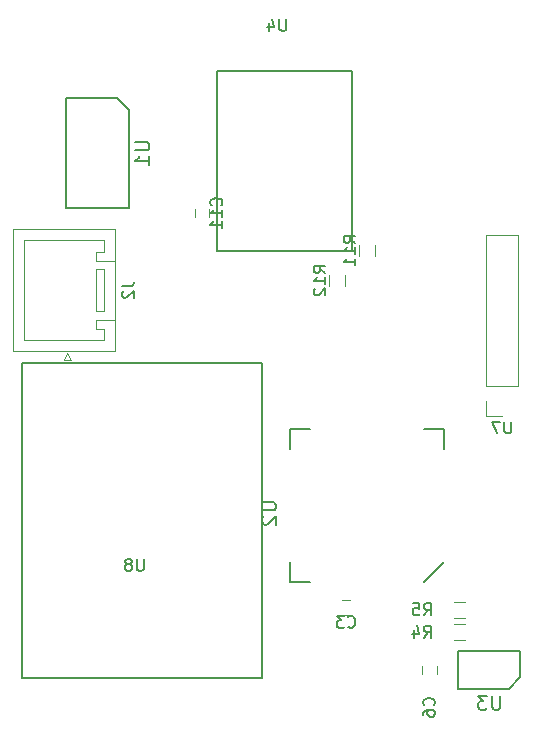
<source format=gbr>
G04 #@! TF.FileFunction,Legend,Bot*
%FSLAX46Y46*%
G04 Gerber Fmt 4.6, Leading zero omitted, Abs format (unit mm)*
G04 Created by KiCad (PCBNEW 4.0.6) date Wed Dec 27 21:20:59 2017*
%MOMM*%
%LPD*%
G01*
G04 APERTURE LIST*
%ADD10C,0.128000*%
%ADD11C,0.150000*%
%ADD12C,0.120000*%
G04 APERTURE END LIST*
D10*
D11*
X143920000Y-59485000D02*
X144920000Y-60485000D01*
X144920000Y-60485000D02*
X144920000Y-68785000D01*
X144920000Y-68785000D02*
X139560000Y-68785000D01*
X139560000Y-68785000D02*
X139560000Y-59485000D01*
X139560000Y-59485000D02*
X143920000Y-59485000D01*
X169900000Y-100480000D02*
X171600000Y-98780000D01*
X171600000Y-89180000D02*
X171600000Y-87480000D01*
X171600000Y-87480000D02*
X169900000Y-87480000D01*
X158600000Y-98780000D02*
X158600000Y-100480000D01*
X158600000Y-100480000D02*
X160300000Y-100480000D01*
X158600000Y-89180000D02*
X158600000Y-87480000D01*
X158600000Y-87480000D02*
X160300000Y-87480000D01*
X178075500Y-108521500D02*
X177075500Y-109521500D01*
X177075500Y-109521500D02*
X172825500Y-109521500D01*
X172825500Y-109521500D02*
X172825500Y-106251500D01*
X172825500Y-106251500D02*
X178075500Y-106251500D01*
X178075500Y-106251500D02*
X178075500Y-108521500D01*
X152400000Y-57150000D02*
X163830000Y-57150000D01*
X163830000Y-57150000D02*
X163830000Y-72390000D01*
X163830000Y-72390000D02*
X152400000Y-72390000D01*
X152400000Y-72390000D02*
X152400000Y-57150000D01*
D12*
X175200000Y-71060000D02*
X177860000Y-71060000D01*
X175200000Y-83820000D02*
X175200000Y-71060000D01*
X177860000Y-83820000D02*
X177860000Y-71060000D01*
X175200000Y-83820000D02*
X177860000Y-83820000D01*
X175200000Y-85090000D02*
X175200000Y-86420000D01*
X175200000Y-86420000D02*
X176530000Y-86420000D01*
X162972000Y-103216000D02*
X163672000Y-103216000D01*
X163672000Y-102016000D02*
X162972000Y-102016000D01*
X170970500Y-108236500D02*
X170970500Y-107536500D01*
X169770500Y-107536500D02*
X169770500Y-108236500D01*
X173410500Y-104031500D02*
X172410500Y-104031500D01*
X172410500Y-105391500D02*
X173410500Y-105391500D01*
X172410500Y-103486500D02*
X173410500Y-103486500D01*
X173410500Y-102126500D02*
X172410500Y-102126500D01*
D11*
X135890000Y-108585000D02*
X156210000Y-108585000D01*
X156210000Y-108585000D02*
X156210000Y-81915000D01*
X156210000Y-81915000D02*
X135890000Y-81915000D01*
X135890000Y-81915000D02*
X135890000Y-108585000D01*
D12*
X142850000Y-77490000D02*
X142100000Y-77490000D01*
X142100000Y-77490000D02*
X142100000Y-73990000D01*
X142100000Y-73990000D02*
X142850000Y-73990000D01*
X142850000Y-73990000D02*
X142850000Y-77490000D01*
X143750000Y-78240000D02*
X142100000Y-78240000D01*
X142100000Y-78240000D02*
X142100000Y-78990000D01*
X142100000Y-78990000D02*
X142850000Y-78990000D01*
X142850000Y-78990000D02*
X142850000Y-79990000D01*
X142850000Y-79990000D02*
X136050000Y-79990000D01*
X136050000Y-79990000D02*
X136050000Y-75740000D01*
X143750000Y-73240000D02*
X142100000Y-73240000D01*
X142100000Y-73240000D02*
X142100000Y-72490000D01*
X142100000Y-72490000D02*
X142850000Y-72490000D01*
X142850000Y-72490000D02*
X142850000Y-71490000D01*
X142850000Y-71490000D02*
X136050000Y-71490000D01*
X136050000Y-71490000D02*
X136050000Y-75740000D01*
X143750000Y-80890000D02*
X135150000Y-80890000D01*
X135150000Y-80890000D02*
X135150000Y-70590000D01*
X135150000Y-70590000D02*
X143750000Y-70590000D01*
X143750000Y-70590000D02*
X143750000Y-80890000D01*
X139700000Y-81090000D02*
X139400000Y-81690000D01*
X139400000Y-81690000D02*
X140000000Y-81690000D01*
X140000000Y-81690000D02*
X139700000Y-81090000D01*
X165780000Y-72890000D02*
X165780000Y-71890000D01*
X164420000Y-71890000D02*
X164420000Y-72890000D01*
X163240000Y-75430000D02*
X163240000Y-74430000D01*
X161880000Y-74430000D02*
X161880000Y-75430000D01*
X151730000Y-69565000D02*
X151730000Y-68865000D01*
X150530000Y-68865000D02*
X150530000Y-69565000D01*
D11*
X145462857Y-63220714D02*
X146434286Y-63220714D01*
X146548571Y-63277857D01*
X146605714Y-63335000D01*
X146662857Y-63449286D01*
X146662857Y-63677857D01*
X146605714Y-63792143D01*
X146548571Y-63849286D01*
X146434286Y-63906429D01*
X145462857Y-63906429D01*
X146662857Y-65106429D02*
X146662857Y-64420714D01*
X146662857Y-64763572D02*
X145462857Y-64763572D01*
X145634286Y-64649286D01*
X145748571Y-64535000D01*
X145805714Y-64420714D01*
X156187857Y-93700714D02*
X157159286Y-93700714D01*
X157273571Y-93757857D01*
X157330714Y-93815000D01*
X157387857Y-93929286D01*
X157387857Y-94157857D01*
X157330714Y-94272143D01*
X157273571Y-94329286D01*
X157159286Y-94386429D01*
X156187857Y-94386429D01*
X156302143Y-94900714D02*
X156245000Y-94957857D01*
X156187857Y-95072143D01*
X156187857Y-95357857D01*
X156245000Y-95472143D01*
X156302143Y-95529286D01*
X156416429Y-95586429D01*
X156530714Y-95586429D01*
X156702143Y-95529286D01*
X157387857Y-94843572D01*
X157387857Y-95586429D01*
X176364786Y-110064357D02*
X176364786Y-111035786D01*
X176307643Y-111150071D01*
X176250500Y-111207214D01*
X176136214Y-111264357D01*
X175907643Y-111264357D01*
X175793357Y-111207214D01*
X175736214Y-111150071D01*
X175679071Y-111035786D01*
X175679071Y-110064357D01*
X175221928Y-110064357D02*
X174479071Y-110064357D01*
X174879071Y-110521500D01*
X174707643Y-110521500D01*
X174593357Y-110578643D01*
X174536214Y-110635786D01*
X174479071Y-110750071D01*
X174479071Y-111035786D01*
X174536214Y-111150071D01*
X174593357Y-111207214D01*
X174707643Y-111264357D01*
X175050500Y-111264357D01*
X175164786Y-111207214D01*
X175221928Y-111150071D01*
X158241905Y-52792381D02*
X158241905Y-53601905D01*
X158194286Y-53697143D01*
X158146667Y-53744762D01*
X158051429Y-53792381D01*
X157860952Y-53792381D01*
X157765714Y-53744762D01*
X157718095Y-53697143D01*
X157670476Y-53601905D01*
X157670476Y-52792381D01*
X156765714Y-53125714D02*
X156765714Y-53792381D01*
X157003810Y-52744762D02*
X157241905Y-53459048D01*
X156622857Y-53459048D01*
X177291905Y-86872381D02*
X177291905Y-87681905D01*
X177244286Y-87777143D01*
X177196667Y-87824762D01*
X177101429Y-87872381D01*
X176910952Y-87872381D01*
X176815714Y-87824762D01*
X176768095Y-87777143D01*
X176720476Y-87681905D01*
X176720476Y-86872381D01*
X176339524Y-86872381D02*
X175672857Y-86872381D01*
X176101429Y-87872381D01*
X163488666Y-104223143D02*
X163536285Y-104270762D01*
X163679142Y-104318381D01*
X163774380Y-104318381D01*
X163917238Y-104270762D01*
X164012476Y-104175524D01*
X164060095Y-104080286D01*
X164107714Y-103889810D01*
X164107714Y-103746952D01*
X164060095Y-103556476D01*
X164012476Y-103461238D01*
X163917238Y-103366000D01*
X163774380Y-103318381D01*
X163679142Y-103318381D01*
X163536285Y-103366000D01*
X163488666Y-103413619D01*
X163155333Y-103318381D02*
X162536285Y-103318381D01*
X162869619Y-103699333D01*
X162726761Y-103699333D01*
X162631523Y-103746952D01*
X162583904Y-103794571D01*
X162536285Y-103889810D01*
X162536285Y-104127905D01*
X162583904Y-104223143D01*
X162631523Y-104270762D01*
X162726761Y-104318381D01*
X163012476Y-104318381D01*
X163107714Y-104270762D01*
X163155333Y-104223143D01*
X170727643Y-110894834D02*
X170775262Y-110847215D01*
X170822881Y-110704358D01*
X170822881Y-110609120D01*
X170775262Y-110466262D01*
X170680024Y-110371024D01*
X170584786Y-110323405D01*
X170394310Y-110275786D01*
X170251452Y-110275786D01*
X170060976Y-110323405D01*
X169965738Y-110371024D01*
X169870500Y-110466262D01*
X169822881Y-110609120D01*
X169822881Y-110704358D01*
X169870500Y-110847215D01*
X169918119Y-110894834D01*
X169822881Y-111751977D02*
X169822881Y-111561500D01*
X169870500Y-111466262D01*
X169918119Y-111418643D01*
X170060976Y-111323405D01*
X170251452Y-111275786D01*
X170632405Y-111275786D01*
X170727643Y-111323405D01*
X170775262Y-111371024D01*
X170822881Y-111466262D01*
X170822881Y-111656739D01*
X170775262Y-111751977D01*
X170727643Y-111799596D01*
X170632405Y-111847215D01*
X170394310Y-111847215D01*
X170299071Y-111799596D01*
X170251452Y-111751977D01*
X170203833Y-111656739D01*
X170203833Y-111466262D01*
X170251452Y-111371024D01*
X170299071Y-111323405D01*
X170394310Y-111275786D01*
X169902166Y-105163881D02*
X170235500Y-104687690D01*
X170473595Y-105163881D02*
X170473595Y-104163881D01*
X170092642Y-104163881D01*
X169997404Y-104211500D01*
X169949785Y-104259119D01*
X169902166Y-104354357D01*
X169902166Y-104497214D01*
X169949785Y-104592452D01*
X169997404Y-104640071D01*
X170092642Y-104687690D01*
X170473595Y-104687690D01*
X169045023Y-104497214D02*
X169045023Y-105163881D01*
X169283119Y-104116262D02*
X169521214Y-104830548D01*
X168902166Y-104830548D01*
X169902166Y-103258881D02*
X170235500Y-102782690D01*
X170473595Y-103258881D02*
X170473595Y-102258881D01*
X170092642Y-102258881D01*
X169997404Y-102306500D01*
X169949785Y-102354119D01*
X169902166Y-102449357D01*
X169902166Y-102592214D01*
X169949785Y-102687452D01*
X169997404Y-102735071D01*
X170092642Y-102782690D01*
X170473595Y-102782690D01*
X168997404Y-102258881D02*
X169473595Y-102258881D01*
X169521214Y-102735071D01*
X169473595Y-102687452D01*
X169378357Y-102639833D01*
X169140261Y-102639833D01*
X169045023Y-102687452D01*
X168997404Y-102735071D01*
X168949785Y-102830310D01*
X168949785Y-103068405D01*
X168997404Y-103163643D01*
X169045023Y-103211262D01*
X169140261Y-103258881D01*
X169378357Y-103258881D01*
X169473595Y-103211262D01*
X169521214Y-103163643D01*
X146176905Y-98512381D02*
X146176905Y-99321905D01*
X146129286Y-99417143D01*
X146081667Y-99464762D01*
X145986429Y-99512381D01*
X145795952Y-99512381D01*
X145700714Y-99464762D01*
X145653095Y-99417143D01*
X145605476Y-99321905D01*
X145605476Y-98512381D01*
X144986429Y-98940952D02*
X145081667Y-98893333D01*
X145129286Y-98845714D01*
X145176905Y-98750476D01*
X145176905Y-98702857D01*
X145129286Y-98607619D01*
X145081667Y-98560000D01*
X144986429Y-98512381D01*
X144795952Y-98512381D01*
X144700714Y-98560000D01*
X144653095Y-98607619D01*
X144605476Y-98702857D01*
X144605476Y-98750476D01*
X144653095Y-98845714D01*
X144700714Y-98893333D01*
X144795952Y-98940952D01*
X144986429Y-98940952D01*
X145081667Y-98988571D01*
X145129286Y-99036190D01*
X145176905Y-99131429D01*
X145176905Y-99321905D01*
X145129286Y-99417143D01*
X145081667Y-99464762D01*
X144986429Y-99512381D01*
X144795952Y-99512381D01*
X144700714Y-99464762D01*
X144653095Y-99417143D01*
X144605476Y-99321905D01*
X144605476Y-99131429D01*
X144653095Y-99036190D01*
X144700714Y-98988571D01*
X144795952Y-98940952D01*
X144352381Y-75406667D02*
X145066667Y-75406667D01*
X145209524Y-75359047D01*
X145304762Y-75263809D01*
X145352381Y-75120952D01*
X145352381Y-75025714D01*
X144447619Y-75835238D02*
X144400000Y-75882857D01*
X144352381Y-75978095D01*
X144352381Y-76216191D01*
X144400000Y-76311429D01*
X144447619Y-76359048D01*
X144542857Y-76406667D01*
X144638095Y-76406667D01*
X144780952Y-76359048D01*
X145352381Y-75787619D01*
X145352381Y-76406667D01*
X164102381Y-71747143D02*
X163626190Y-71413809D01*
X164102381Y-71175714D02*
X163102381Y-71175714D01*
X163102381Y-71556667D01*
X163150000Y-71651905D01*
X163197619Y-71699524D01*
X163292857Y-71747143D01*
X163435714Y-71747143D01*
X163530952Y-71699524D01*
X163578571Y-71651905D01*
X163626190Y-71556667D01*
X163626190Y-71175714D01*
X164102381Y-72699524D02*
X164102381Y-72128095D01*
X164102381Y-72413809D02*
X163102381Y-72413809D01*
X163245238Y-72318571D01*
X163340476Y-72223333D01*
X163388095Y-72128095D01*
X164102381Y-73651905D02*
X164102381Y-73080476D01*
X164102381Y-73366190D02*
X163102381Y-73366190D01*
X163245238Y-73270952D01*
X163340476Y-73175714D01*
X163388095Y-73080476D01*
X161562381Y-74287143D02*
X161086190Y-73953809D01*
X161562381Y-73715714D02*
X160562381Y-73715714D01*
X160562381Y-74096667D01*
X160610000Y-74191905D01*
X160657619Y-74239524D01*
X160752857Y-74287143D01*
X160895714Y-74287143D01*
X160990952Y-74239524D01*
X161038571Y-74191905D01*
X161086190Y-74096667D01*
X161086190Y-73715714D01*
X161562381Y-75239524D02*
X161562381Y-74668095D01*
X161562381Y-74953809D02*
X160562381Y-74953809D01*
X160705238Y-74858571D01*
X160800476Y-74763333D01*
X160848095Y-74668095D01*
X160657619Y-75620476D02*
X160610000Y-75668095D01*
X160562381Y-75763333D01*
X160562381Y-76001429D01*
X160610000Y-76096667D01*
X160657619Y-76144286D01*
X160752857Y-76191905D01*
X160848095Y-76191905D01*
X160990952Y-76144286D01*
X161562381Y-75572857D01*
X161562381Y-76191905D01*
X152737143Y-68572143D02*
X152784762Y-68524524D01*
X152832381Y-68381667D01*
X152832381Y-68286429D01*
X152784762Y-68143571D01*
X152689524Y-68048333D01*
X152594286Y-68000714D01*
X152403810Y-67953095D01*
X152260952Y-67953095D01*
X152070476Y-68000714D01*
X151975238Y-68048333D01*
X151880000Y-68143571D01*
X151832381Y-68286429D01*
X151832381Y-68381667D01*
X151880000Y-68524524D01*
X151927619Y-68572143D01*
X152832381Y-69524524D02*
X152832381Y-68953095D01*
X152832381Y-69238809D02*
X151832381Y-69238809D01*
X151975238Y-69143571D01*
X152070476Y-69048333D01*
X152118095Y-68953095D01*
X152832381Y-70476905D02*
X152832381Y-69905476D01*
X152832381Y-70191190D02*
X151832381Y-70191190D01*
X151975238Y-70095952D01*
X152070476Y-70000714D01*
X152118095Y-69905476D01*
M02*

</source>
